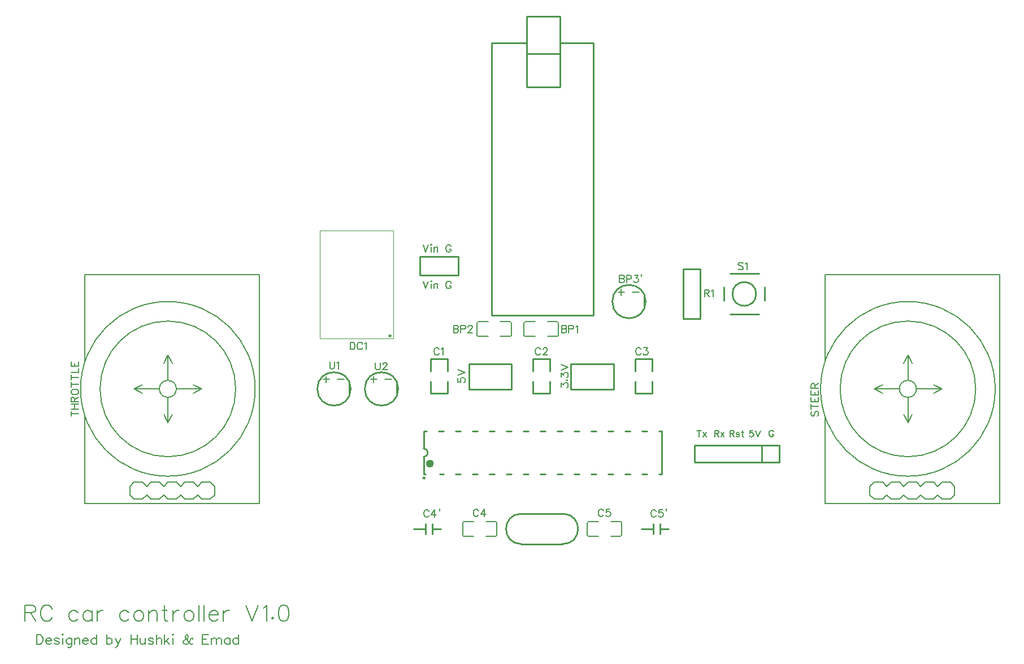
<source format=gto>
G04 Layer: TopSilkscreenLayer*
G04 EasyEDA v6.5.23, 2023-06-02 23:09:48*
G04 d308aba9936446f186570843c5913f8e,38d8b063065d407b859bfb9f5f9b4720,10*
G04 Gerber Generator version 0.2*
G04 Scale: 100 percent, Rotated: No, Reflected: No *
G04 Dimensions in millimeters *
G04 leading zeros omitted , absolute positions ,4 integer and 5 decimal *
%FSLAX45Y45*%
%MOMM*%

%ADD10C,0.1524*%
%ADD11C,0.2000*%
%ADD12C,0.2032*%
%ADD13C,0.2540*%
%ADD14C,0.1000*%
%ADD15C,0.1270*%
%ADD16C,0.6000*%
%ADD17C,0.2500*%
%ADD18C,0.0157*%

%LPD*%
D10*
X8839200Y9424415D02*
G01*
X8880856Y9315450D01*
X8922258Y9424415D02*
G01*
X8880856Y9315450D01*
X8956547Y9424415D02*
G01*
X8961881Y9419336D01*
X8966961Y9424415D01*
X8961881Y9429750D01*
X8956547Y9424415D01*
X8961881Y9388094D02*
G01*
X8961881Y9315450D01*
X9001252Y9388094D02*
G01*
X9001252Y9315450D01*
X9001252Y9367265D02*
G01*
X9017000Y9382760D01*
X9027159Y9388094D01*
X9042908Y9388094D01*
X9053322Y9382760D01*
X9058402Y9367265D01*
X9058402Y9315450D01*
X9260077Y9398508D02*
G01*
X9254743Y9408921D01*
X9244329Y9419336D01*
X9234170Y9424415D01*
X9213341Y9424415D01*
X9202927Y9419336D01*
X9192513Y9408921D01*
X9187179Y9398508D01*
X9182100Y9382760D01*
X9182100Y9356852D01*
X9187179Y9341358D01*
X9192513Y9330944D01*
X9202927Y9320529D01*
X9213341Y9315450D01*
X9234170Y9315450D01*
X9244329Y9320529D01*
X9254743Y9330944D01*
X9260077Y9341358D01*
X9260077Y9356852D01*
X9234170Y9356852D02*
G01*
X9260077Y9356852D01*
X9260077Y9944608D02*
G01*
X9254743Y9955021D01*
X9244329Y9965436D01*
X9234170Y9970515D01*
X9213341Y9970515D01*
X9202927Y9965436D01*
X9192513Y9955021D01*
X9187179Y9944608D01*
X9182100Y9928860D01*
X9182100Y9902952D01*
X9187179Y9887458D01*
X9192513Y9877044D01*
X9202927Y9866629D01*
X9213341Y9861550D01*
X9234170Y9861550D01*
X9244329Y9866629D01*
X9254743Y9877044D01*
X9260077Y9887458D01*
X9260077Y9902952D01*
X9234170Y9902952D02*
G01*
X9260077Y9902952D01*
X8839200Y9970515D02*
G01*
X8880856Y9861550D01*
X8922258Y9970515D02*
G01*
X8880856Y9861550D01*
X8956547Y9970515D02*
G01*
X8961881Y9965436D01*
X8966961Y9970515D01*
X8961881Y9975850D01*
X8956547Y9970515D01*
X8961881Y9934194D02*
G01*
X8961881Y9861550D01*
X9001252Y9934194D02*
G01*
X9001252Y9861550D01*
X9001252Y9913365D02*
G01*
X9017000Y9928860D01*
X9027159Y9934194D01*
X9042908Y9934194D01*
X9053322Y9928860D01*
X9058402Y9913365D01*
X9058402Y9861550D01*
D11*
X2877312Y4570221D02*
G01*
X2877312Y4331715D01*
X2877312Y4570221D02*
G01*
X2979673Y4570221D01*
X3013710Y4558792D01*
X3025139Y4547615D01*
X3036315Y4524755D01*
X3036315Y4502150D01*
X3025139Y4479289D01*
X3013710Y4468113D01*
X2979673Y4456684D01*
X2877312Y4456684D01*
X2956813Y4456684D02*
G01*
X3036315Y4331715D01*
X3281934Y4513579D02*
G01*
X3270504Y4536186D01*
X3247644Y4558792D01*
X3225037Y4570221D01*
X3179571Y4570221D01*
X3156965Y4558792D01*
X3134105Y4536186D01*
X3122676Y4513579D01*
X3111500Y4479289D01*
X3111500Y4422647D01*
X3122676Y4388357D01*
X3134105Y4365752D01*
X3156965Y4342892D01*
X3179571Y4331715D01*
X3225037Y4331715D01*
X3247644Y4342892D01*
X3270504Y4365752D01*
X3281934Y4388357D01*
X3668268Y4456684D02*
G01*
X3645407Y4479289D01*
X3622802Y4490720D01*
X3588765Y4490720D01*
X3565905Y4479289D01*
X3543300Y4456684D01*
X3531870Y4422647D01*
X3531870Y4399787D01*
X3543300Y4365752D01*
X3565905Y4342892D01*
X3588765Y4331715D01*
X3622802Y4331715D01*
X3645407Y4342892D01*
X3668268Y4365752D01*
X3879595Y4490720D02*
G01*
X3879595Y4331715D01*
X3879595Y4456684D02*
G01*
X3856736Y4479289D01*
X3834129Y4490720D01*
X3800093Y4490720D01*
X3777234Y4479289D01*
X3754628Y4456684D01*
X3743197Y4422647D01*
X3743197Y4399787D01*
X3754628Y4365752D01*
X3777234Y4342892D01*
X3800093Y4331715D01*
X3834129Y4331715D01*
X3856736Y4342892D01*
X3879595Y4365752D01*
X3954525Y4490720D02*
G01*
X3954525Y4331715D01*
X3954525Y4422647D02*
G01*
X3965956Y4456684D01*
X3988561Y4479289D01*
X4011422Y4490720D01*
X4045458Y4490720D01*
X4431791Y4456684D02*
G01*
X4409186Y4479289D01*
X4386325Y4490720D01*
X4352290Y4490720D01*
X4329684Y4479289D01*
X4306824Y4456684D01*
X4295393Y4422647D01*
X4295393Y4399787D01*
X4306824Y4365752D01*
X4329684Y4342892D01*
X4352290Y4331715D01*
X4386325Y4331715D01*
X4409186Y4342892D01*
X4431791Y4365752D01*
X4563618Y4490720D02*
G01*
X4541011Y4479289D01*
X4518152Y4456684D01*
X4506975Y4422647D01*
X4506975Y4399787D01*
X4518152Y4365752D01*
X4541011Y4342892D01*
X4563618Y4331715D01*
X4597654Y4331715D01*
X4620513Y4342892D01*
X4643120Y4365752D01*
X4654550Y4399787D01*
X4654550Y4422647D01*
X4643120Y4456684D01*
X4620513Y4479289D01*
X4597654Y4490720D01*
X4563618Y4490720D01*
X4729479Y4490720D02*
G01*
X4729479Y4331715D01*
X4729479Y4445254D02*
G01*
X4763770Y4479289D01*
X4786375Y4490720D01*
X4820411Y4490720D01*
X4843272Y4479289D01*
X4854702Y4445254D01*
X4854702Y4331715D01*
X4963668Y4570221D02*
G01*
X4963668Y4377181D01*
X4975097Y4342892D01*
X4997704Y4331715D01*
X5020563Y4331715D01*
X4929631Y4490720D02*
G01*
X5009134Y4490720D01*
X5095493Y4490720D02*
G01*
X5095493Y4331715D01*
X5095493Y4422647D02*
G01*
X5106924Y4456684D01*
X5129529Y4479289D01*
X5152390Y4490720D01*
X5186425Y4490720D01*
X5318252Y4490720D02*
G01*
X5295391Y4479289D01*
X5272786Y4456684D01*
X5261356Y4422647D01*
X5261356Y4399787D01*
X5272786Y4365752D01*
X5295391Y4342892D01*
X5318252Y4331715D01*
X5352288Y4331715D01*
X5375147Y4342892D01*
X5397754Y4365752D01*
X5409184Y4399787D01*
X5409184Y4422647D01*
X5397754Y4456684D01*
X5375147Y4479289D01*
X5352288Y4490720D01*
X5318252Y4490720D01*
X5484113Y4570221D02*
G01*
X5484113Y4331715D01*
X5559043Y4570221D02*
G01*
X5559043Y4331715D01*
X5634227Y4422647D02*
G01*
X5770372Y4422647D01*
X5770372Y4445254D01*
X5759195Y4468113D01*
X5747765Y4479289D01*
X5725159Y4490720D01*
X5690870Y4490720D01*
X5668263Y4479289D01*
X5645404Y4456684D01*
X5634227Y4422647D01*
X5634227Y4399787D01*
X5645404Y4365752D01*
X5668263Y4342892D01*
X5690870Y4331715D01*
X5725159Y4331715D01*
X5747765Y4342892D01*
X5770372Y4365752D01*
X5845556Y4490720D02*
G01*
X5845556Y4331715D01*
X5845556Y4422647D02*
G01*
X5856731Y4456684D01*
X5879591Y4479289D01*
X5902197Y4490720D01*
X5936488Y4490720D01*
X6186424Y4570221D02*
G01*
X6277356Y4331715D01*
X6368288Y4570221D02*
G01*
X6277356Y4331715D01*
X6443218Y4524755D02*
G01*
X6465824Y4536186D01*
X6500113Y4570221D01*
X6500113Y4331715D01*
X6586474Y4388357D02*
G01*
X6575043Y4377181D01*
X6586474Y4365752D01*
X6597650Y4377181D01*
X6586474Y4388357D01*
X6740906Y4570221D02*
G01*
X6706870Y4558792D01*
X6684009Y4524755D01*
X6672834Y4468113D01*
X6672834Y4433823D01*
X6684009Y4377181D01*
X6706870Y4342892D01*
X6740906Y4331715D01*
X6763765Y4331715D01*
X6797802Y4342892D01*
X6820408Y4377181D01*
X6831838Y4433823D01*
X6831838Y4468113D01*
X6820408Y4524755D01*
X6797802Y4558792D01*
X6763765Y4570221D01*
X6740906Y4570221D01*
X3048000Y4126484D02*
G01*
X3048000Y3983228D01*
X3048000Y4126484D02*
G01*
X3095752Y4126484D01*
X3116071Y4119626D01*
X3129787Y4105910D01*
X3136645Y4092447D01*
X3143504Y4071873D01*
X3143504Y4037837D01*
X3136645Y4017263D01*
X3129787Y4003802D01*
X3116071Y3990086D01*
X3095752Y3983228D01*
X3048000Y3983228D01*
X3188462Y4037837D02*
G01*
X3270250Y4037837D01*
X3270250Y4051554D01*
X3263392Y4065015D01*
X3256534Y4071873D01*
X3243071Y4078731D01*
X3222497Y4078731D01*
X3208781Y4071873D01*
X3195320Y4058157D01*
X3188462Y4037837D01*
X3188462Y4024121D01*
X3195320Y4003802D01*
X3208781Y3990086D01*
X3222497Y3983228D01*
X3243071Y3983228D01*
X3256534Y3990086D01*
X3270250Y4003802D01*
X3390392Y4058157D02*
G01*
X3383534Y4071873D01*
X3362960Y4078731D01*
X3342639Y4078731D01*
X3322065Y4071873D01*
X3315207Y4058157D01*
X3322065Y4044695D01*
X3335781Y4037837D01*
X3369818Y4030979D01*
X3383534Y4024121D01*
X3390392Y4010660D01*
X3390392Y4003802D01*
X3383534Y3990086D01*
X3362960Y3983228D01*
X3342639Y3983228D01*
X3322065Y3990086D01*
X3315207Y4003802D01*
X3435350Y4126484D02*
G01*
X3442207Y4119626D01*
X3448812Y4126484D01*
X3442207Y4133342D01*
X3435350Y4126484D01*
X3442207Y4078731D02*
G01*
X3442207Y3983228D01*
X3575812Y4078731D02*
G01*
X3575812Y3969765D01*
X3568954Y3949192D01*
X3562095Y3942334D01*
X3548379Y3935476D01*
X3528060Y3935476D01*
X3514344Y3942334D01*
X3575812Y4058157D02*
G01*
X3562095Y4071873D01*
X3548379Y4078731D01*
X3528060Y4078731D01*
X3514344Y4071873D01*
X3500628Y4058157D01*
X3494023Y4037837D01*
X3494023Y4024121D01*
X3500628Y4003802D01*
X3514344Y3990086D01*
X3528060Y3983228D01*
X3548379Y3983228D01*
X3562095Y3990086D01*
X3575812Y4003802D01*
X3620770Y4078731D02*
G01*
X3620770Y3983228D01*
X3620770Y4051554D02*
G01*
X3641089Y4071873D01*
X3654805Y4078731D01*
X3675379Y4078731D01*
X3688842Y4071873D01*
X3695700Y4051554D01*
X3695700Y3983228D01*
X3740657Y4037837D02*
G01*
X3822445Y4037837D01*
X3822445Y4051554D01*
X3815841Y4065015D01*
X3808984Y4071873D01*
X3795268Y4078731D01*
X3774693Y4078731D01*
X3761231Y4071873D01*
X3747515Y4058157D01*
X3740657Y4037837D01*
X3740657Y4024121D01*
X3747515Y4003802D01*
X3761231Y3990086D01*
X3774693Y3983228D01*
X3795268Y3983228D01*
X3808984Y3990086D01*
X3822445Y4003802D01*
X3949445Y4126484D02*
G01*
X3949445Y3983228D01*
X3949445Y4058157D02*
G01*
X3935729Y4071873D01*
X3922013Y4078731D01*
X3901693Y4078731D01*
X3887977Y4071873D01*
X3874261Y4058157D01*
X3867658Y4037837D01*
X3867658Y4024121D01*
X3874261Y4003802D01*
X3887977Y3990086D01*
X3901693Y3983228D01*
X3922013Y3983228D01*
X3935729Y3990086D01*
X3949445Y4003802D01*
X4099306Y4126484D02*
G01*
X4099306Y3983228D01*
X4099306Y4058157D02*
G01*
X4113022Y4071873D01*
X4126738Y4078731D01*
X4147058Y4078731D01*
X4160774Y4071873D01*
X4174236Y4058157D01*
X4181093Y4037837D01*
X4181093Y4024121D01*
X4174236Y4003802D01*
X4160774Y3990086D01*
X4147058Y3983228D01*
X4126738Y3983228D01*
X4113022Y3990086D01*
X4099306Y4003802D01*
X4232909Y4078731D02*
G01*
X4273804Y3983228D01*
X4314697Y4078731D02*
G01*
X4273804Y3983228D01*
X4260341Y3956050D01*
X4246625Y3942334D01*
X4232909Y3935476D01*
X4226306Y3935476D01*
X4464811Y4126484D02*
G01*
X4464811Y3983228D01*
X4560315Y4126484D02*
G01*
X4560315Y3983228D01*
X4464811Y4058157D02*
G01*
X4560315Y4058157D01*
X4605274Y4078731D02*
G01*
X4605274Y4010660D01*
X4612131Y3990086D01*
X4625847Y3983228D01*
X4646168Y3983228D01*
X4659884Y3990086D01*
X4680204Y4010660D01*
X4680204Y4078731D02*
G01*
X4680204Y3983228D01*
X4800345Y4058157D02*
G01*
X4793488Y4071873D01*
X4772913Y4078731D01*
X4752593Y4078731D01*
X4732020Y4071873D01*
X4725161Y4058157D01*
X4732020Y4044695D01*
X4745736Y4037837D01*
X4779772Y4030979D01*
X4793488Y4024121D01*
X4800345Y4010660D01*
X4800345Y4003802D01*
X4793488Y3990086D01*
X4772913Y3983228D01*
X4752593Y3983228D01*
X4732020Y3990086D01*
X4725161Y4003802D01*
X4845304Y4126484D02*
G01*
X4845304Y3983228D01*
X4845304Y4051554D02*
G01*
X4865624Y4071873D01*
X4879340Y4078731D01*
X4899913Y4078731D01*
X4913375Y4071873D01*
X4920234Y4051554D01*
X4920234Y3983228D01*
X4965191Y4126484D02*
G01*
X4965191Y3983228D01*
X5033518Y4078731D02*
G01*
X4965191Y4010660D01*
X4992624Y4037837D02*
G01*
X5040375Y3983228D01*
X5085334Y4126484D02*
G01*
X5092191Y4119626D01*
X5098795Y4126484D01*
X5092191Y4133342D01*
X5085334Y4126484D01*
X5092191Y4078731D02*
G01*
X5092191Y3983228D01*
X5385308Y4065015D02*
G01*
X5385308Y4071873D01*
X5378450Y4078731D01*
X5371591Y4078731D01*
X5364734Y4071873D01*
X5357875Y4058157D01*
X5344413Y4024121D01*
X5330697Y4003802D01*
X5316981Y3990086D01*
X5303520Y3983228D01*
X5276088Y3983228D01*
X5262625Y3990086D01*
X5255768Y3996944D01*
X5248909Y4010660D01*
X5248909Y4024121D01*
X5255768Y4037837D01*
X5262625Y4044695D01*
X5310377Y4071873D01*
X5316981Y4078731D01*
X5323840Y4092447D01*
X5323840Y4105910D01*
X5316981Y4119626D01*
X5303520Y4126484D01*
X5289804Y4119626D01*
X5282945Y4105910D01*
X5282945Y4092447D01*
X5289804Y4071873D01*
X5303520Y4051554D01*
X5337556Y4003802D01*
X5351272Y3990086D01*
X5364734Y3983228D01*
X5378450Y3983228D01*
X5385308Y3990086D01*
X5385308Y3996944D01*
X5535168Y4126484D02*
G01*
X5535168Y3983228D01*
X5535168Y4126484D02*
G01*
X5623813Y4126484D01*
X5535168Y4058157D02*
G01*
X5589777Y4058157D01*
X5535168Y3983228D02*
G01*
X5623813Y3983228D01*
X5669025Y4078731D02*
G01*
X5669025Y3983228D01*
X5669025Y4051554D02*
G01*
X5689345Y4071873D01*
X5703061Y4078731D01*
X5723381Y4078731D01*
X5737097Y4071873D01*
X5743956Y4051554D01*
X5743956Y3983228D01*
X5743956Y4051554D02*
G01*
X5764275Y4071873D01*
X5777991Y4078731D01*
X5798565Y4078731D01*
X5812027Y4071873D01*
X5818886Y4051554D01*
X5818886Y3983228D01*
X5945631Y4078731D02*
G01*
X5945631Y3983228D01*
X5945631Y4058157D02*
G01*
X5932170Y4071873D01*
X5918454Y4078731D01*
X5897879Y4078731D01*
X5884418Y4071873D01*
X5870702Y4058157D01*
X5863843Y4037837D01*
X5863843Y4024121D01*
X5870702Y4003802D01*
X5884418Y3990086D01*
X5897879Y3983228D01*
X5918454Y3983228D01*
X5932170Y3990086D01*
X5945631Y4003802D01*
X6072631Y4126484D02*
G01*
X6072631Y3983228D01*
X6072631Y4058157D02*
G01*
X6058915Y4071873D01*
X6045200Y4078731D01*
X6024879Y4078731D01*
X6011163Y4071873D01*
X5997447Y4058157D01*
X5990843Y4037837D01*
X5990843Y4024121D01*
X5997447Y4003802D01*
X6011163Y3990086D01*
X6024879Y3983228D01*
X6045200Y3983228D01*
X6058915Y3990086D01*
X6072631Y4003802D01*
D10*
X12973050Y7187437D02*
G01*
X12973050Y7091934D01*
X12941300Y7187437D02*
G01*
X13005054Y7187437D01*
X13035025Y7155687D02*
G01*
X13084809Y7091934D01*
X13084809Y7155687D02*
G01*
X13035025Y7091934D01*
X13208000Y7187437D02*
G01*
X13208000Y7091934D01*
X13208000Y7187437D02*
G01*
X13248893Y7187437D01*
X13262609Y7182865D01*
X13267181Y7178294D01*
X13271754Y7169404D01*
X13271754Y7160260D01*
X13267181Y7151115D01*
X13262609Y7146544D01*
X13248893Y7141971D01*
X13208000Y7141971D01*
X13239750Y7141971D02*
G01*
X13271754Y7091934D01*
X13301725Y7155687D02*
G01*
X13351509Y7091934D01*
X13351509Y7155687D02*
G01*
X13301725Y7091934D01*
X13436600Y7187437D02*
G01*
X13436600Y7091934D01*
X13436600Y7187437D02*
G01*
X13477493Y7187437D01*
X13491209Y7182865D01*
X13495781Y7178294D01*
X13500354Y7169404D01*
X13500354Y7160260D01*
X13495781Y7151115D01*
X13491209Y7146544D01*
X13477493Y7141971D01*
X13436600Y7141971D01*
X13468350Y7141971D02*
G01*
X13500354Y7091934D01*
X13580109Y7141971D02*
G01*
X13575791Y7151115D01*
X13562075Y7155687D01*
X13548359Y7155687D01*
X13534897Y7151115D01*
X13530325Y7141971D01*
X13534897Y7133081D01*
X13543788Y7128510D01*
X13566647Y7123937D01*
X13575791Y7119365D01*
X13580109Y7110221D01*
X13580109Y7105650D01*
X13575791Y7096505D01*
X13562075Y7091934D01*
X13548359Y7091934D01*
X13534897Y7096505D01*
X13530325Y7105650D01*
X13623797Y7187437D02*
G01*
X13623797Y7110221D01*
X13628370Y7096505D01*
X13637513Y7091934D01*
X13646658Y7091934D01*
X13610336Y7155687D02*
G01*
X13642086Y7155687D01*
X13783309Y7187437D02*
G01*
X13737843Y7187437D01*
X13733272Y7146544D01*
X13737843Y7151115D01*
X13751306Y7155687D01*
X13765022Y7155687D01*
X13778738Y7151115D01*
X13787881Y7141971D01*
X13792454Y7128510D01*
X13792454Y7119365D01*
X13787881Y7105650D01*
X13778738Y7096505D01*
X13765022Y7091934D01*
X13751306Y7091934D01*
X13737843Y7096505D01*
X13733272Y7101078D01*
X13728700Y7110221D01*
X13822425Y7187437D02*
G01*
X13858747Y7091934D01*
X13895070Y7187437D02*
G01*
X13858747Y7091934D01*
X14088872Y7164831D02*
G01*
X14084554Y7173976D01*
X14075409Y7182865D01*
X14066266Y7187437D01*
X14047977Y7187437D01*
X14039088Y7182865D01*
X14029943Y7173976D01*
X14025372Y7164831D01*
X14020800Y7151115D01*
X14020800Y7128510D01*
X14025372Y7114794D01*
X14029943Y7105650D01*
X14039088Y7096505D01*
X14047977Y7091934D01*
X14066266Y7091934D01*
X14075409Y7096505D01*
X14084554Y7105650D01*
X14088872Y7114794D01*
X14088872Y7128510D01*
X14066266Y7128510D02*
G01*
X14088872Y7128510D01*
X11782043Y9513315D02*
G01*
X11782043Y9404350D01*
X11782043Y9513315D02*
G01*
X11828779Y9513315D01*
X11844274Y9508236D01*
X11849608Y9502902D01*
X11854688Y9492487D01*
X11854688Y9482074D01*
X11849608Y9471660D01*
X11844274Y9466579D01*
X11828779Y9461500D01*
X11782043Y9461500D02*
G01*
X11828779Y9461500D01*
X11844274Y9456165D01*
X11849608Y9451086D01*
X11854688Y9440671D01*
X11854688Y9424924D01*
X11849608Y9414510D01*
X11844274Y9409429D01*
X11828779Y9404350D01*
X11782043Y9404350D01*
X11888977Y9513315D02*
G01*
X11888977Y9404350D01*
X11888977Y9513315D02*
G01*
X11935713Y9513315D01*
X11951208Y9508236D01*
X11956541Y9502902D01*
X11961622Y9492487D01*
X11961622Y9476994D01*
X11956541Y9466579D01*
X11951208Y9461500D01*
X11935713Y9456165D01*
X11888977Y9456165D01*
X12006325Y9513315D02*
G01*
X12063475Y9513315D01*
X12032488Y9471660D01*
X12047981Y9471660D01*
X12058395Y9466579D01*
X12063475Y9461500D01*
X12068809Y9445752D01*
X12068809Y9435337D01*
X12063475Y9419844D01*
X12053061Y9409429D01*
X12037568Y9404350D01*
X12022074Y9404350D01*
X12006325Y9409429D01*
X12001245Y9414510D01*
X11995911Y9424924D01*
X12113513Y9528810D02*
G01*
X12113513Y9497821D01*
D12*
X11809222Y9309102D02*
G01*
X11809222Y9211058D01*
X11760200Y9260080D02*
G01*
X11858497Y9260080D01*
X11976100Y9260078D02*
G01*
X12074397Y9260078D01*
D10*
X9296400Y8762174D02*
G01*
X9296400Y8653208D01*
X9296400Y8762174D02*
G01*
X9343136Y8762174D01*
X9358629Y8757094D01*
X9363963Y8751760D01*
X9369043Y8741346D01*
X9369043Y8730932D01*
X9363963Y8720518D01*
X9358629Y8715438D01*
X9343136Y8710358D01*
X9296400Y8710358D02*
G01*
X9343136Y8710358D01*
X9358629Y8705024D01*
X9363963Y8699944D01*
X9369043Y8689530D01*
X9369043Y8673782D01*
X9363963Y8663368D01*
X9358629Y8658288D01*
X9343136Y8653208D01*
X9296400Y8653208D01*
X9403334Y8762174D02*
G01*
X9403334Y8653208D01*
X9403334Y8762174D02*
G01*
X9450070Y8762174D01*
X9465818Y8757094D01*
X9470897Y8751760D01*
X9476231Y8741346D01*
X9476231Y8725852D01*
X9470897Y8715438D01*
X9465818Y8710358D01*
X9450070Y8705024D01*
X9403334Y8705024D01*
X9515602Y8736266D02*
G01*
X9515602Y8741346D01*
X9520936Y8751760D01*
X9526015Y8757094D01*
X9536429Y8762174D01*
X9557258Y8762174D01*
X9567672Y8757094D01*
X9572752Y8751760D01*
X9578086Y8741346D01*
X9578086Y8730932D01*
X9572752Y8720518D01*
X9562338Y8705024D01*
X9510522Y8653208D01*
X9583165Y8653208D01*
X7747000Y8510015D02*
G01*
X7747000Y8401050D01*
X7747000Y8510015D02*
G01*
X7783322Y8510015D01*
X7799070Y8504936D01*
X7809229Y8494521D01*
X7814563Y8484108D01*
X7819643Y8468360D01*
X7819643Y8442452D01*
X7814563Y8426958D01*
X7809229Y8416544D01*
X7799070Y8406129D01*
X7783322Y8401050D01*
X7747000Y8401050D01*
X7931911Y8484108D02*
G01*
X7926831Y8494521D01*
X7916418Y8504936D01*
X7906004Y8510015D01*
X7885175Y8510015D01*
X7874761Y8504936D01*
X7864347Y8494521D01*
X7859268Y8484108D01*
X7853934Y8468360D01*
X7853934Y8442452D01*
X7859268Y8426958D01*
X7864347Y8416544D01*
X7874761Y8406129D01*
X7885175Y8401050D01*
X7906004Y8401050D01*
X7916418Y8406129D01*
X7926831Y8416544D01*
X7931911Y8426958D01*
X7966202Y8489187D02*
G01*
X7976615Y8494521D01*
X7992109Y8510015D01*
X7992109Y8401050D01*
X13055600Y9297418D02*
G01*
X13055600Y9188452D01*
X13055600Y9297418D02*
G01*
X13102336Y9297418D01*
X13117829Y9292338D01*
X13123163Y9287004D01*
X13128243Y9276590D01*
X13128243Y9266176D01*
X13123163Y9255762D01*
X13117829Y9250682D01*
X13102336Y9245602D01*
X13055600Y9245602D01*
X13091922Y9245602D02*
G01*
X13128243Y9188452D01*
X13162534Y9276590D02*
G01*
X13172947Y9281924D01*
X13188695Y9297418D01*
X13188695Y9188452D01*
X14670277Y7474838D02*
G01*
X14659863Y7464425D01*
X14654784Y7448930D01*
X14654784Y7428103D01*
X14659863Y7412609D01*
X14670277Y7402195D01*
X14680691Y7402195D01*
X14691106Y7407275D01*
X14696440Y7412609D01*
X14701520Y7423022D01*
X14711934Y7454264D01*
X14717013Y7464425D01*
X14722347Y7469759D01*
X14732761Y7474838D01*
X14748256Y7474838D01*
X14758670Y7464425D01*
X14763750Y7448930D01*
X14763750Y7428103D01*
X14758670Y7412609D01*
X14748256Y7402195D01*
X14654784Y7545704D02*
G01*
X14763750Y7545704D01*
X14654784Y7509129D02*
G01*
X14654784Y7582027D01*
X14654784Y7616317D02*
G01*
X14763750Y7616317D01*
X14654784Y7616317D02*
G01*
X14654784Y7683880D01*
X14706600Y7616317D02*
G01*
X14706600Y7657719D01*
X14763750Y7616317D02*
G01*
X14763750Y7683880D01*
X14654784Y7718170D02*
G01*
X14763750Y7718170D01*
X14654784Y7718170D02*
G01*
X14654784Y7785735D01*
X14706600Y7718170D02*
G01*
X14706600Y7759572D01*
X14763750Y7718170D02*
G01*
X14763750Y7785735D01*
X14654784Y7820025D02*
G01*
X14763750Y7820025D01*
X14654784Y7820025D02*
G01*
X14654784Y7866761D01*
X14659863Y7882254D01*
X14665197Y7887335D01*
X14675611Y7892669D01*
X14686025Y7892669D01*
X14696440Y7887335D01*
X14701520Y7882254D01*
X14706600Y7866761D01*
X14706600Y7820025D01*
X14706600Y7856346D02*
G01*
X14763750Y7892669D01*
X3567684Y7438517D02*
G01*
X3676650Y7438517D01*
X3567684Y7402195D02*
G01*
X3567684Y7474838D01*
X3567684Y7509129D02*
G01*
X3676650Y7509129D01*
X3567684Y7582027D02*
G01*
X3676650Y7582027D01*
X3619500Y7509129D02*
G01*
X3619500Y7582027D01*
X3567684Y7616317D02*
G01*
X3676650Y7616317D01*
X3567684Y7616317D02*
G01*
X3567684Y7663053D01*
X3572763Y7678546D01*
X3578097Y7683880D01*
X3588512Y7688961D01*
X3598926Y7688961D01*
X3609339Y7683880D01*
X3614420Y7678546D01*
X3619500Y7663053D01*
X3619500Y7616317D01*
X3619500Y7652638D02*
G01*
X3676650Y7688961D01*
X3567684Y7754493D02*
G01*
X3572763Y7744079D01*
X3583178Y7733664D01*
X3593592Y7728585D01*
X3609339Y7723251D01*
X3635247Y7723251D01*
X3650742Y7728585D01*
X3661155Y7733664D01*
X3671570Y7744079D01*
X3676650Y7754493D01*
X3676650Y7775320D01*
X3671570Y7785735D01*
X3661155Y7795895D01*
X3650742Y7801229D01*
X3635247Y7806309D01*
X3609339Y7806309D01*
X3593592Y7801229D01*
X3583178Y7795895D01*
X3572763Y7785735D01*
X3567684Y7775320D01*
X3567684Y7754493D01*
X3567684Y7877175D02*
G01*
X3676650Y7877175D01*
X3567684Y7840598D02*
G01*
X3567684Y7913496D01*
X3567684Y7984109D02*
G01*
X3676650Y7984109D01*
X3567684Y7947787D02*
G01*
X3567684Y8020430D01*
X3567684Y8054720D02*
G01*
X3676650Y8054720D01*
X3676650Y8054720D02*
G01*
X3676650Y8117204D01*
X3567684Y8151495D02*
G01*
X3676650Y8151495D01*
X3567684Y8151495D02*
G01*
X3567684Y8218804D01*
X3619500Y8151495D02*
G01*
X3619500Y8192896D01*
X3676650Y8151495D02*
G01*
X3676650Y8218804D01*
X10915650Y8762171D02*
G01*
X10915650Y8653205D01*
X10915650Y8762171D02*
G01*
X10962386Y8762171D01*
X10977879Y8757091D01*
X10983213Y8751757D01*
X10988293Y8741343D01*
X10988293Y8730929D01*
X10983213Y8720515D01*
X10977879Y8715435D01*
X10962386Y8710355D01*
X10915650Y8710355D02*
G01*
X10962386Y8710355D01*
X10977879Y8705021D01*
X10983213Y8699941D01*
X10988293Y8689527D01*
X10988293Y8673779D01*
X10983213Y8663365D01*
X10977879Y8658285D01*
X10962386Y8653205D01*
X10915650Y8653205D01*
X11022584Y8762171D02*
G01*
X11022584Y8653205D01*
X11022584Y8762171D02*
G01*
X11069320Y8762171D01*
X11085068Y8757091D01*
X11090147Y8751757D01*
X11095481Y8741343D01*
X11095481Y8725849D01*
X11090147Y8715435D01*
X11085068Y8710355D01*
X11069320Y8705021D01*
X11022584Y8705021D01*
X11129772Y8741343D02*
G01*
X11140186Y8746677D01*
X11155679Y8762171D01*
X11155679Y8653205D01*
X10905109Y7840967D02*
G01*
X10905109Y7898117D01*
X10946765Y7866875D01*
X10946765Y7882623D01*
X10951845Y7893037D01*
X10956925Y7898117D01*
X10972672Y7903451D01*
X10983086Y7903451D01*
X10998581Y7898117D01*
X11008995Y7887703D01*
X11014075Y7872209D01*
X11014075Y7856715D01*
X11008995Y7840967D01*
X11003915Y7835887D01*
X10993500Y7830553D01*
X10988166Y7942821D02*
G01*
X10993500Y7937741D01*
X10998581Y7942821D01*
X10993500Y7948155D01*
X10988166Y7942821D01*
X10905109Y7992605D02*
G01*
X10905109Y8049755D01*
X10946765Y8018767D01*
X10946765Y8034261D01*
X10951845Y8044675D01*
X10956925Y8049755D01*
X10972672Y8055089D01*
X10983086Y8055089D01*
X10998581Y8049755D01*
X11008995Y8039595D01*
X11014075Y8023847D01*
X11014075Y8008353D01*
X11008995Y7992605D01*
X11003915Y7987525D01*
X10993500Y7982445D01*
X10905109Y8089379D02*
G01*
X11014075Y8131035D01*
X10905109Y8172437D02*
G01*
X11014075Y8131035D01*
X9362059Y7968853D02*
G01*
X9362059Y7916783D01*
X9408795Y7911703D01*
X9403715Y7916783D01*
X9398381Y7932531D01*
X9398381Y7948025D01*
X9403715Y7963519D01*
X9413875Y7973933D01*
X9429622Y7979267D01*
X9440036Y7979267D01*
X9455531Y7973933D01*
X9465945Y7963519D01*
X9471025Y7948025D01*
X9471025Y7932531D01*
X9465945Y7916783D01*
X9460865Y7911703D01*
X9450450Y7906369D01*
X9362059Y8013557D02*
G01*
X9471025Y8054959D01*
X9362059Y8096615D02*
G01*
X9471025Y8054959D01*
X12104877Y8400900D02*
G01*
X12099543Y8411314D01*
X12089129Y8421728D01*
X12078970Y8426808D01*
X12058141Y8426808D01*
X12047727Y8421728D01*
X12037313Y8411314D01*
X12031979Y8400900D01*
X12026900Y8385152D01*
X12026900Y8359244D01*
X12031979Y8343750D01*
X12037313Y8333336D01*
X12047727Y8322922D01*
X12058141Y8317842D01*
X12078970Y8317842D01*
X12089129Y8322922D01*
X12099543Y8333336D01*
X12104877Y8343750D01*
X12149581Y8426808D02*
G01*
X12206731Y8426808D01*
X12175490Y8385152D01*
X12190984Y8385152D01*
X12201397Y8380072D01*
X12206731Y8374992D01*
X12211811Y8359244D01*
X12211811Y8348830D01*
X12206731Y8333336D01*
X12196318Y8322922D01*
X12180570Y8317842D01*
X12165075Y8317842D01*
X12149581Y8322922D01*
X12144247Y8328002D01*
X12139168Y8338416D01*
X9671136Y5981578D02*
G01*
X9665802Y5991992D01*
X9655388Y6002406D01*
X9645228Y6007486D01*
X9624400Y6007486D01*
X9613986Y6002406D01*
X9603572Y5991992D01*
X9598238Y5981578D01*
X9593158Y5965830D01*
X9593158Y5939922D01*
X9598238Y5924428D01*
X9603572Y5914014D01*
X9613986Y5903600D01*
X9624400Y5898520D01*
X9645228Y5898520D01*
X9655388Y5903600D01*
X9665802Y5914014D01*
X9671136Y5924428D01*
X9757242Y6007486D02*
G01*
X9705426Y5934842D01*
X9783404Y5934842D01*
X9757242Y6007486D02*
G01*
X9757242Y5898520D01*
X11543952Y5981578D02*
G01*
X11538618Y5991992D01*
X11528204Y6002406D01*
X11518044Y6007486D01*
X11497216Y6007486D01*
X11486802Y6002406D01*
X11476388Y5991992D01*
X11471054Y5981578D01*
X11465974Y5965830D01*
X11465974Y5939922D01*
X11471054Y5924428D01*
X11476388Y5914014D01*
X11486802Y5903600D01*
X11497216Y5898520D01*
X11518044Y5898520D01*
X11528204Y5903600D01*
X11538618Y5914014D01*
X11543952Y5924428D01*
X11640472Y6007486D02*
G01*
X11588656Y6007486D01*
X11583322Y5960750D01*
X11588656Y5965830D01*
X11604150Y5971164D01*
X11619644Y5971164D01*
X11635392Y5965830D01*
X11645806Y5955670D01*
X11650886Y5939922D01*
X11650886Y5929508D01*
X11645806Y5914014D01*
X11635392Y5903600D01*
X11619644Y5898520D01*
X11604150Y5898520D01*
X11588656Y5903600D01*
X11583322Y5908680D01*
X11578242Y5919094D01*
X13635227Y9688321D02*
G01*
X13624813Y9698736D01*
X13609320Y9703815D01*
X13588491Y9703815D01*
X13572997Y9698736D01*
X13562584Y9688321D01*
X13562584Y9677908D01*
X13567663Y9667494D01*
X13572997Y9662160D01*
X13583411Y9657079D01*
X13614654Y9646665D01*
X13624813Y9641586D01*
X13630147Y9636252D01*
X13635227Y9625837D01*
X13635227Y9610344D01*
X13624813Y9599929D01*
X13609320Y9594850D01*
X13588491Y9594850D01*
X13572997Y9599929D01*
X13562584Y9610344D01*
X13669518Y9682987D02*
G01*
X13679931Y9688321D01*
X13695679Y9703815D01*
X13695679Y9594850D01*
X9082277Y8400902D02*
G01*
X9076943Y8411316D01*
X9066529Y8421730D01*
X9056370Y8426810D01*
X9035541Y8426810D01*
X9025127Y8421730D01*
X9014713Y8411316D01*
X9009379Y8400902D01*
X9004300Y8385154D01*
X9004300Y8359246D01*
X9009379Y8343752D01*
X9014713Y8333338D01*
X9025127Y8322924D01*
X9035541Y8317844D01*
X9056370Y8317844D01*
X9066529Y8322924D01*
X9076943Y8333338D01*
X9082277Y8343752D01*
X9116568Y8405982D02*
G01*
X9126981Y8411316D01*
X9142475Y8426810D01*
X9142475Y8317844D01*
X10599927Y8400902D02*
G01*
X10594593Y8411316D01*
X10584179Y8421730D01*
X10574020Y8426810D01*
X10553191Y8426810D01*
X10542777Y8421730D01*
X10532363Y8411316D01*
X10527029Y8400902D01*
X10521950Y8385154D01*
X10521950Y8359246D01*
X10527029Y8343752D01*
X10532363Y8333338D01*
X10542777Y8322924D01*
X10553191Y8317844D01*
X10574020Y8317844D01*
X10584179Y8322924D01*
X10594593Y8333338D01*
X10599927Y8343752D01*
X10639297Y8400902D02*
G01*
X10639297Y8405982D01*
X10644631Y8416396D01*
X10649711Y8421730D01*
X10660125Y8426810D01*
X10680954Y8426810D01*
X10691368Y8421730D01*
X10696447Y8416396D01*
X10701781Y8405982D01*
X10701781Y8395568D01*
X10696447Y8385154D01*
X10686034Y8369660D01*
X10634218Y8317844D01*
X10706861Y8317844D01*
X7442200Y8217915D02*
G01*
X7442200Y8139937D01*
X7447279Y8124444D01*
X7457693Y8114029D01*
X7473441Y8108950D01*
X7483856Y8108950D01*
X7499350Y8114029D01*
X7509763Y8124444D01*
X7514843Y8139937D01*
X7514843Y8217915D01*
X7549134Y8197087D02*
G01*
X7559547Y8202421D01*
X7575295Y8217915D01*
X7575295Y8108950D01*
D12*
X7389622Y8001002D02*
G01*
X7389622Y7902958D01*
X7340600Y7951980D02*
G01*
X7438897Y7951980D01*
X7556500Y7951978D02*
G01*
X7654797Y7951978D01*
D10*
X8126984Y8205215D02*
G01*
X8126984Y8127237D01*
X8132318Y8111744D01*
X8142477Y8101329D01*
X8158225Y8096250D01*
X8168640Y8096250D01*
X8184134Y8101329D01*
X8194547Y8111744D01*
X8199627Y8127237D01*
X8199627Y8205215D01*
X8239252Y8179308D02*
G01*
X8239252Y8184387D01*
X8244331Y8194802D01*
X8249665Y8200136D01*
X8260079Y8205215D01*
X8280908Y8205215D01*
X8291068Y8200136D01*
X8296402Y8194802D01*
X8301481Y8184387D01*
X8301481Y8173973D01*
X8296402Y8163560D01*
X8285988Y8148065D01*
X8233918Y8096250D01*
X8306815Y8096250D01*
D12*
X8100822Y8001002D02*
G01*
X8100822Y7902958D01*
X8051800Y7951980D02*
G01*
X8150097Y7951980D01*
X8267700Y7951978D02*
G01*
X8365997Y7951978D01*
D10*
X8929690Y5973831D02*
G01*
X8924356Y5984245D01*
X8913942Y5994659D01*
X8903782Y5999739D01*
X8882954Y5999739D01*
X8872540Y5994659D01*
X8862126Y5984245D01*
X8856792Y5973831D01*
X8851712Y5958083D01*
X8851712Y5932175D01*
X8856792Y5916681D01*
X8862126Y5906267D01*
X8872540Y5895853D01*
X8882954Y5890773D01*
X8903782Y5890773D01*
X8913942Y5895853D01*
X8924356Y5906267D01*
X8929690Y5916681D01*
X9015796Y5999739D02*
G01*
X8963980Y5927095D01*
X9041958Y5927095D01*
X9015796Y5999739D02*
G01*
X9015796Y5890773D01*
X9086662Y6015233D02*
G01*
X9086662Y5984245D01*
X12333290Y5973831D02*
G01*
X12327956Y5984245D01*
X12317542Y5994659D01*
X12307382Y5999739D01*
X12286554Y5999739D01*
X12276140Y5994659D01*
X12265726Y5984245D01*
X12260392Y5973831D01*
X12255312Y5958083D01*
X12255312Y5932175D01*
X12260392Y5916681D01*
X12265726Y5906267D01*
X12276140Y5895853D01*
X12286554Y5890773D01*
X12307382Y5890773D01*
X12317542Y5895853D01*
X12327956Y5906267D01*
X12333290Y5916681D01*
X12429810Y5999739D02*
G01*
X12377994Y5999739D01*
X12372660Y5953003D01*
X12377994Y5958083D01*
X12393488Y5963417D01*
X12408982Y5963417D01*
X12424730Y5958083D01*
X12435144Y5947923D01*
X12440224Y5932175D01*
X12440224Y5921761D01*
X12435144Y5906267D01*
X12424730Y5895853D01*
X12408982Y5890773D01*
X12393488Y5890773D01*
X12377994Y5895853D01*
X12372660Y5900933D01*
X12367580Y5911347D01*
X12484928Y6015233D02*
G01*
X12484928Y5984245D01*
D13*
X12903200Y6712452D02*
G01*
X12903200Y6966452D01*
X14173200Y6966452D01*
X14173200Y6712452D01*
X12903200Y6712452D01*
X13916847Y6712452D02*
G01*
X13916847Y6966452D01*
X12153900Y9220200D02*
G01*
X12153900Y9029700D01*
D10*
X10147119Y8815110D02*
G01*
X9998621Y8815110D01*
X9998621Y8596589D02*
G01*
X10147119Y8596589D01*
X10162359Y8611829D02*
G01*
X10162359Y8799870D01*
X9664880Y8815110D02*
G01*
X9813378Y8815110D01*
X9813378Y8596589D02*
G01*
X9664880Y8596589D01*
X9649640Y8611829D02*
G01*
X9649640Y8799870D01*
D14*
X8396599Y10181300D02*
G01*
X8396599Y8561288D01*
X7296602Y8561288D01*
X7296602Y10181300D01*
X8396599Y10181300D01*
D13*
X12990101Y8857902D02*
G01*
X12740098Y8857902D01*
X12740106Y8857896D02*
G01*
X12740106Y9607908D01*
X12740098Y9607903D02*
G01*
X12990101Y9607903D01*
X12990093Y9607908D02*
G01*
X12990093Y8857896D01*
D15*
X14859000Y8216900D02*
G01*
X14859000Y9525000D01*
X17475200Y9525000D01*
X17475200Y6096000D01*
X14859000Y6096000D01*
X14859000Y7404100D01*
X16738600Y6159500D02*
G01*
X16611600Y6159500D01*
X16548100Y6223000D01*
X16484600Y6159500D01*
X16357600Y6159500D01*
X16294100Y6223000D01*
X16230600Y6159500D01*
X16103600Y6159500D01*
X16040100Y6223000D01*
X15976600Y6159500D01*
X15849600Y6159500D01*
X15786100Y6223000D01*
X15722600Y6159500D01*
X15595600Y6159500D01*
X15532100Y6223000D01*
X15532100Y6350000D01*
X15595600Y6413500D01*
X15722600Y6413500D01*
X15786100Y6350000D01*
X15849600Y6413500D01*
X15976600Y6413500D01*
X16040100Y6350000D01*
X16103600Y6413500D01*
X16230600Y6413500D01*
X16294100Y6350000D01*
X16357600Y6413500D01*
X16484600Y6413500D01*
X16548100Y6350000D01*
X16611600Y6413500D01*
X16738600Y6413500D01*
X16802100Y6350000D01*
X16802100Y6223000D01*
X16738600Y6159500D01*
X16103600Y7937500D02*
G01*
X16103600Y8318500D01*
X16040100Y8191500D01*
X16103600Y8318500D02*
G01*
X16167100Y8191500D01*
X16103600Y7683500D02*
G01*
X16103600Y7302500D01*
X16040100Y7429500D01*
X16103600Y7302500D02*
G01*
X16167100Y7429500D01*
X15976600Y7810500D02*
G01*
X15595600Y7810500D01*
X15722600Y7747000D01*
X15595600Y7810500D02*
G01*
X15722600Y7874000D01*
X16230600Y7810500D02*
G01*
X16611600Y7810500D01*
X16484600Y7874000D01*
X16611600Y7810500D02*
G01*
X16484600Y7747000D01*
X3771900Y8216900D02*
G01*
X3771900Y9525000D01*
X6388100Y9525000D01*
X6388100Y6096000D01*
X3771900Y6096000D01*
X3771900Y7404100D01*
X5651500Y6159500D02*
G01*
X5524500Y6159500D01*
X5461000Y6223000D01*
X5397500Y6159500D01*
X5270500Y6159500D01*
X5207000Y6223000D01*
X5143500Y6159500D01*
X5016500Y6159500D01*
X4953000Y6223000D01*
X4889500Y6159500D01*
X4762500Y6159500D01*
X4699000Y6223000D01*
X4635500Y6159500D01*
X4508500Y6159500D01*
X4445000Y6223000D01*
X4445000Y6350000D01*
X4508500Y6413500D01*
X4635500Y6413500D01*
X4699000Y6350000D01*
X4762500Y6413500D01*
X4889500Y6413500D01*
X4953000Y6350000D01*
X5016500Y6413500D01*
X5143500Y6413500D01*
X5207000Y6350000D01*
X5270500Y6413500D01*
X5397500Y6413500D01*
X5461000Y6350000D01*
X5524500Y6413500D01*
X5651500Y6413500D01*
X5715000Y6350000D01*
X5715000Y6223000D01*
X5651500Y6159500D01*
X5016500Y7937500D02*
G01*
X5016500Y8318500D01*
X4953000Y8191500D01*
X5016500Y8318500D02*
G01*
X5080000Y8191500D01*
X5016500Y7683500D02*
G01*
X5016500Y7302500D01*
X4953000Y7429500D01*
X5016500Y7302500D02*
G01*
X5080000Y7429500D01*
X4889500Y7810500D02*
G01*
X4508500Y7810500D01*
X4635500Y7747000D01*
X4508500Y7810500D02*
G01*
X4635500Y7874000D01*
X5143500Y7810500D02*
G01*
X5524500Y7810500D01*
X5397500Y7874000D01*
X5524500Y7810500D02*
G01*
X5397500Y7747000D01*
D10*
X10851969Y8815108D02*
G01*
X10703471Y8815108D01*
X10703471Y8596586D02*
G01*
X10851969Y8596586D01*
X10867209Y8611826D02*
G01*
X10867209Y8799868D01*
X10369730Y8815108D02*
G01*
X10518228Y8815108D01*
X10518228Y8596586D02*
G01*
X10369730Y8596586D01*
X10354490Y8611826D02*
G01*
X10354490Y8799868D01*
D13*
X11056025Y7801493D02*
G01*
X11696024Y7801493D01*
X11056025Y7801493D02*
G01*
X11056025Y8181492D01*
X11696024Y8181492D02*
G01*
X11056025Y8181492D01*
X11696024Y8181492D02*
G01*
X11696024Y7801493D01*
X9525675Y7801493D02*
G01*
X10165674Y7801493D01*
X9525675Y7801493D02*
G01*
X9525675Y8181492D01*
X10165674Y8181492D02*
G01*
X9525675Y8181492D01*
X10165674Y8181492D02*
G01*
X10165674Y7801493D01*
X12014200Y7924797D02*
G01*
X12014200Y7739987D01*
X12268200Y7739987D01*
X12268200Y7924797D01*
X12268200Y8077197D02*
G01*
X12268200Y8262998D01*
X12014200Y8262998D01*
X12014200Y8077197D01*
D10*
X9929403Y5822233D02*
G01*
X9780904Y5822233D01*
X9780904Y5603712D02*
G01*
X9929403Y5603712D01*
X9944643Y5618952D02*
G01*
X9944643Y5806993D01*
X9447164Y5822233D02*
G01*
X9595662Y5822233D01*
X9595662Y5603712D02*
G01*
X9447164Y5603712D01*
X9431924Y5618952D02*
G01*
X9431924Y5806993D01*
X11799552Y5822233D02*
G01*
X11651053Y5822233D01*
X11651053Y5603712D02*
G01*
X11799552Y5603712D01*
X11814792Y5618952D02*
G01*
X11814792Y5806993D01*
X11317312Y5822233D02*
G01*
X11465811Y5822233D01*
X11465811Y5603712D02*
G01*
X11317312Y5603712D01*
X11302072Y5618952D02*
G01*
X11302072Y5806993D01*
D13*
X8792489Y9792004D02*
G01*
X9368485Y9792004D01*
X9368485Y9513011D01*
X8792489Y9513011D01*
X8792489Y9792004D01*
X13868400Y9537700D02*
G01*
X13436600Y9537700D01*
X13436600Y8928100D02*
G01*
X13868400Y8928100D01*
X13957300Y9331960D02*
G01*
X13957300Y9131300D01*
X13347700Y9334500D02*
G01*
X13347700Y9131300D01*
X8849146Y6529453D02*
G01*
X8880033Y6529453D01*
X9086260Y6529453D02*
G01*
X9150614Y6529453D01*
X9323679Y6529453D02*
G01*
X9404614Y6529453D01*
X9577679Y6529453D02*
G01*
X9658614Y6529453D01*
X9831679Y6529453D02*
G01*
X9912614Y6529453D01*
X10085679Y6529453D02*
G01*
X10166614Y6529453D01*
X10339679Y6529453D02*
G01*
X10420614Y6529453D01*
X10593679Y6529453D02*
G01*
X10674614Y6529453D01*
X10847679Y6529453D02*
G01*
X10928614Y6529453D01*
X11101646Y6529453D02*
G01*
X11149147Y6529453D01*
X12419147Y7179454D02*
G01*
X12419147Y6529453D01*
X11149147Y7179454D02*
G01*
X11101679Y7179454D01*
X10928614Y7179454D02*
G01*
X10847679Y7179454D01*
X10674614Y7179454D02*
G01*
X10593679Y7179454D01*
X10420614Y7179454D02*
G01*
X10339679Y7179454D01*
X10166614Y7179454D02*
G01*
X10085679Y7179454D01*
X9912614Y7179454D02*
G01*
X9831679Y7179454D01*
X9658614Y7179454D02*
G01*
X9577679Y7179454D01*
X9404614Y7179454D02*
G01*
X9323679Y7179454D01*
X9150614Y7179454D02*
G01*
X9069679Y7179454D01*
X8896614Y7179454D02*
G01*
X8849146Y7179454D01*
X8849146Y7179454D02*
G01*
X8849146Y6917954D01*
X8849146Y6529453D02*
G01*
X8849146Y6790954D01*
X11149147Y7179454D02*
G01*
X11182614Y7179454D01*
X11355679Y7179454D02*
G01*
X11436614Y7179454D01*
X11609679Y7179454D02*
G01*
X11690614Y7179454D01*
X11863679Y7179454D02*
G01*
X11944614Y7179454D01*
X12117679Y7179454D02*
G01*
X12198614Y7179454D01*
X12371679Y7179454D02*
G01*
X12419147Y7179454D01*
X11149147Y6529453D02*
G01*
X11182614Y6529453D01*
X11355679Y6529453D02*
G01*
X11436614Y6529453D01*
X11609679Y6529453D02*
G01*
X11690614Y6529453D01*
X11863679Y6529453D02*
G01*
X11944614Y6529453D01*
X12117679Y6529453D02*
G01*
X12198614Y6529453D01*
X12371679Y6529453D02*
G01*
X12419147Y6529453D01*
X10309100Y5487057D02*
G01*
X10884077Y5487057D01*
X10907699Y5487057D01*
X10929546Y5487057D01*
X10309100Y5938850D02*
G01*
X10924143Y5938850D01*
X10945911Y5938850D01*
X10393898Y12993400D02*
G01*
X10393898Y12995399D01*
X9911900Y12995399D01*
X9865901Y12995399D01*
X9865901Y9169400D01*
X9865901Y8915400D01*
X9911900Y8915400D01*
X11033899Y8915400D01*
X11393898Y8915400D01*
X11393898Y12995399D01*
X10893899Y12995399D01*
X10393898Y12835399D02*
G01*
X10393898Y13389399D01*
X10893899Y13389399D01*
X10893899Y12835399D01*
X10393898Y12835399D01*
X10393898Y12335400D01*
X10893899Y12335400D01*
X10893899Y12835399D01*
X8953500Y7924800D02*
G01*
X8953500Y7739989D01*
X9207500Y7739989D01*
X9207500Y7924800D01*
X9207500Y8077200D02*
G01*
X9207500Y8263001D01*
X8953500Y8263001D01*
X8953500Y8077200D01*
X10483850Y7924797D02*
G01*
X10483850Y7739987D01*
X10737850Y7739987D01*
X10737850Y7924797D01*
X10737850Y8077197D02*
G01*
X10737850Y8262998D01*
X10483850Y8262998D01*
X10483850Y8077197D01*
X7734300Y7912100D02*
G01*
X7734300Y7721600D01*
X8445500Y7912100D02*
G01*
X8445500Y7721600D01*
X8978712Y5636775D02*
G01*
X8978712Y5712975D01*
X9105712Y5712975D01*
X8978712Y5712975D02*
G01*
X8978712Y5789175D01*
X8699312Y5712975D02*
G01*
X8877112Y5712975D01*
X8877112Y5636775D01*
X8877112Y5712975D02*
G01*
X8877112Y5789175D01*
X12395012Y5636775D02*
G01*
X12395012Y5712975D01*
X12522012Y5712975D01*
X12395012Y5712975D02*
G01*
X12395012Y5789175D01*
X12115612Y5712975D02*
G01*
X12293412Y5712975D01*
X12293412Y5636775D01*
X12293412Y5712975D02*
G01*
X12293412Y5789175D01*
D10*
G75*
G01*
X10147120Y8596589D02*
G03*
X10162360Y8611829I0J15240D01*
G75*
G01*
X10162360Y8799871D02*
G03*
X10147120Y8815111I-15240J0D01*
G75*
G01*
X9664880Y8596589D02*
G02*
X9649640Y8611829I0J15240D01*
G75*
G01*
X9649640Y8799871D02*
G02*
X9664880Y8815111I15240J0D01*
D15*
G75*
G01*
X16103600Y9118600D02*
G03*
X16104057Y9118600I229J-1308100D01*
G75*
G01*
X16103600Y8826500D02*
G03*
X16104667Y8826500I533J-1016000D01*
G75*
G01*
X16103600Y7937500D02*
G03*
X16104260Y7937500I330J-127000D01*
G75*
G01*
X5016500Y9118600D02*
G03*
X5016957Y9118600I229J-1308100D01*
G75*
G01*
X5016500Y8826500D02*
G03*
X5017567Y8826500I533J-1016000D01*
G75*
G01*
X5016500Y7937500D02*
G03*
X5017160Y7937500I330J-127000D01*
D10*
G75*
G01*
X10851970Y8596587D02*
G03*
X10867210Y8611827I0J15240D01*
G75*
G01*
X10867210Y8799868D02*
G03*
X10851970Y8815108I-15240J0D01*
G75*
G01*
X10369730Y8596587D02*
G02*
X10354490Y8611827I0J15240D01*
G75*
G01*
X10354490Y8799868D02*
G02*
X10369730Y8815108I15240J0D01*
G75*
G01*
X9929404Y5603712D02*
G03*
X9944644Y5618952I0J15240D01*
G75*
G01*
X9944644Y5806994D02*
G03*
X9929404Y5822234I-15240J0D01*
G75*
G01*
X9447164Y5603712D02*
G02*
X9431924Y5618952I0J15240D01*
G75*
G01*
X9431924Y5806994D02*
G02*
X9447164Y5822234I15240J0D01*
G75*
G01*
X11799552Y5603712D02*
G03*
X11814792Y5618952I0J15240D01*
G75*
G01*
X11814792Y5806994D02*
G03*
X11799552Y5822234I-15240J0D01*
G75*
G01*
X11317313Y5603712D02*
G02*
X11302073Y5618952I0J15240D01*
G75*
G01*
X11302073Y5806994D02*
G02*
X11317313Y5822234I15240J0D01*
D16*
G75*
G01*
X8912027Y6689354D02*
G03*
X8912027Y6689862I29999J254D01*
D17*
G75*
G01*
X8840653Y6473454D02*
G03*
X8840653Y6473708I12499J127D01*
D13*
G75*
G01*
X8849147Y6917954D02*
G02*
X8849035Y6790954I-56J-63500D01*
G75*
G01*
X10309101Y5938853D02*
G03*
X10309098Y5487162I756J-225846D01*
G75*
G01*
X10928647Y5487159D02*
G03*
X10944974Y5938916I7454J225905D01*
G75*
G01
X12175312Y9118600D02*
G03X12175312Y9118600I-249987J0D01*
G75*
G01
X8358505Y8606511D02*
G03X8358505Y8606511I-12700J0D01*
G75*
G01
X13830300Y9232900D02*
G03X13830300Y9232900I-177800J0D01*
G75*
G01
X7755712Y7810500D02*
G03X7755712Y7810500I-249987J0D01*
G75*
G01
X8466912Y7810500D02*
G03X8466912Y7810500I-249987J0D01*
M02*

</source>
